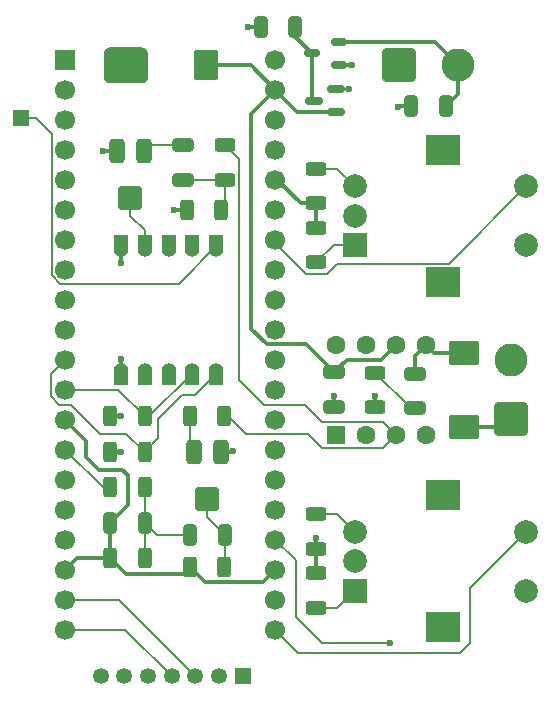
<source format=gbr>
%TF.GenerationSoftware,KiCad,Pcbnew,9.0.2*%
%TF.CreationDate,2025-06-25T13:02:05-07:00*%
%TF.ProjectId,Main,4d61696e-2e6b-4696-9361-645f70636258,rev?*%
%TF.SameCoordinates,Original*%
%TF.FileFunction,Copper,L2,Bot*%
%TF.FilePolarity,Positive*%
%FSLAX46Y46*%
G04 Gerber Fmt 4.6, Leading zero omitted, Abs format (unit mm)*
G04 Created by KiCad (PCBNEW 9.0.2) date 2025-06-25 13:02:05*
%MOMM*%
%LPD*%
G01*
G04 APERTURE LIST*
G04 Aperture macros list*
%AMRoundRect*
0 Rectangle with rounded corners*
0 $1 Rounding radius*
0 $2 $3 $4 $5 $6 $7 $8 $9 X,Y pos of 4 corners*
0 Add a 4 corners polygon primitive as box body*
4,1,4,$2,$3,$4,$5,$6,$7,$8,$9,$2,$3,0*
0 Add four circle primitives for the rounded corners*
1,1,$1+$1,$2,$3*
1,1,$1+$1,$4,$5*
1,1,$1+$1,$6,$7*
1,1,$1+$1,$8,$9*
0 Add four rect primitives between the rounded corners*
20,1,$1+$1,$2,$3,$4,$5,0*
20,1,$1+$1,$4,$5,$6,$7,0*
20,1,$1+$1,$6,$7,$8,$9,0*
20,1,$1+$1,$8,$9,$2,$3,0*%
%AMFreePoly0*
4,1,18,-0.900000,0.625000,0.275000,0.625000,0.372772,0.617305,0.523217,0.573597,0.658067,0.493847,0.768847,0.383067,0.848597,0.248217,0.892305,0.097772,0.900000,0.000000,0.892305,-0.097772,0.848597,-0.248217,0.768847,-0.383067,0.658067,-0.493847,0.523217,-0.573597,0.372772,-0.617305,0.275000,-0.625000,-0.900000,-0.625000,-0.900000,0.625000,-0.900000,0.625000,$1*%
G04 Aperture macros list end*
%TA.AperFunction,ComponentPad*%
%ADD10C,1.700000*%
%TD*%
%TA.AperFunction,ComponentPad*%
%ADD11R,1.700000X1.700000*%
%TD*%
%TA.AperFunction,SMDPad,CuDef*%
%ADD12RoundRect,0.250000X-0.312500X-0.625000X0.312500X-0.625000X0.312500X0.625000X-0.312500X0.625000X0*%
%TD*%
%TA.AperFunction,SMDPad,CuDef*%
%ADD13FreePoly0,90.000000*%
%TD*%
%TA.AperFunction,SMDPad,CuDef*%
%ADD14FreePoly0,270.000000*%
%TD*%
%TA.AperFunction,ComponentPad*%
%ADD15C,2.800000*%
%TD*%
%TA.AperFunction,ComponentPad*%
%ADD16RoundRect,0.250001X-1.149999X-1.149999X1.149999X-1.149999X1.149999X1.149999X-1.149999X1.149999X0*%
%TD*%
%TA.AperFunction,ComponentPad*%
%ADD17RoundRect,0.250000X0.550000X-0.550000X0.550000X0.550000X-0.550000X0.550000X-0.550000X-0.550000X0*%
%TD*%
%TA.AperFunction,ComponentPad*%
%ADD18C,1.600000*%
%TD*%
%TA.AperFunction,ComponentPad*%
%ADD19R,1.350000X1.350000*%
%TD*%
%TA.AperFunction,ComponentPad*%
%ADD20C,1.350000*%
%TD*%
%TA.AperFunction,ComponentPad*%
%ADD21RoundRect,0.250001X1.149999X-1.149999X1.149999X1.149999X-1.149999X1.149999X-1.149999X-1.149999X0*%
%TD*%
%TA.AperFunction,SMDPad,CuDef*%
%ADD22RoundRect,0.250000X-0.625000X0.312500X-0.625000X-0.312500X0.625000X-0.312500X0.625000X0.312500X0*%
%TD*%
%TA.AperFunction,SMDPad,CuDef*%
%ADD23RoundRect,0.250000X0.312500X0.625000X-0.312500X0.625000X-0.312500X-0.625000X0.312500X-0.625000X0*%
%TD*%
%TA.AperFunction,ComponentPad*%
%ADD24R,2.000000X2.000000*%
%TD*%
%TA.AperFunction,ComponentPad*%
%ADD25C,2.000000*%
%TD*%
%TA.AperFunction,ComponentPad*%
%ADD26R,3.000000X2.500000*%
%TD*%
%TA.AperFunction,SMDPad,CuDef*%
%ADD27RoundRect,0.250000X0.325000X0.650000X-0.325000X0.650000X-0.325000X-0.650000X0.325000X-0.650000X0*%
%TD*%
%TA.AperFunction,SMDPad,CuDef*%
%ADD28RoundRect,0.150000X0.587500X0.150000X-0.587500X0.150000X-0.587500X-0.150000X0.587500X-0.150000X0*%
%TD*%
%TA.AperFunction,SMDPad,CuDef*%
%ADD29RoundRect,0.250000X0.625000X-0.312500X0.625000X0.312500X-0.625000X0.312500X-0.625000X-0.312500X0*%
%TD*%
%TA.AperFunction,SMDPad,CuDef*%
%ADD30RoundRect,0.250000X-1.045000X0.785000X-1.045000X-0.785000X1.045000X-0.785000X1.045000X0.785000X0*%
%TD*%
%TA.AperFunction,SMDPad,CuDef*%
%ADD31RoundRect,0.250000X0.400000X0.750000X-0.400000X0.750000X-0.400000X-0.750000X0.400000X-0.750000X0*%
%TD*%
%TA.AperFunction,SMDPad,CuDef*%
%ADD32RoundRect,0.250000X0.750000X0.750000X-0.750000X0.750000X-0.750000X-0.750000X0.750000X-0.750000X0*%
%TD*%
%TA.AperFunction,SMDPad,CuDef*%
%ADD33RoundRect,0.250000X-0.650000X0.325000X-0.650000X-0.325000X0.650000X-0.325000X0.650000X0.325000X0*%
%TD*%
%TA.AperFunction,SMDPad,CuDef*%
%ADD34RoundRect,0.150000X0.512500X0.150000X-0.512500X0.150000X-0.512500X-0.150000X0.512500X-0.150000X0*%
%TD*%
%TA.AperFunction,SMDPad,CuDef*%
%ADD35RoundRect,0.250000X0.785000X1.045000X-0.785000X1.045000X-0.785000X-1.045000X0.785000X-1.045000X0*%
%TD*%
%TA.AperFunction,SMDPad,CuDef*%
%ADD36RoundRect,0.250000X-0.325000X-0.650000X0.325000X-0.650000X0.325000X0.650000X-0.325000X0.650000X0*%
%TD*%
%TA.AperFunction,ViaPad*%
%ADD37C,0.600000*%
%TD*%
%TA.AperFunction,Conductor*%
%ADD38C,0.350000*%
%TD*%
%TA.AperFunction,Conductor*%
%ADD39C,0.200000*%
%TD*%
G04 APERTURE END LIST*
D10*
%TO.P,U3,40,VBUS*%
%TO.N,/Power/VBUS*%
X141520000Y-72300000D03*
%TO.P,U3,39,VSYS*%
%TO.N,+5V*%
X141520000Y-74840000D03*
%TO.P,U3,38,GND*%
%TO.N,GND*%
X141520000Y-77380000D03*
%TO.P,U3,37,3V3_EN*%
%TO.N,unconnected-(U3-3V3_EN-Pad37)*%
X141520000Y-79920000D03*
%TO.P,U3,36,3V3*%
%TO.N,+3.3V*%
X141520000Y-82460000D03*
%TO.P,U3,35,ADC_VREF*%
%TO.N,unconnected-(U3-ADC_VREF-Pad35)*%
X141520000Y-85000000D03*
%TO.P,U3,34,GP28/ADC2*%
%TO.N,/ENC2_BTN*%
X141520000Y-87540000D03*
%TO.P,U3,33,GND*%
%TO.N,GND*%
X141520000Y-90080000D03*
%TO.P,U3,32,GP27/ADC1*%
%TO.N,/ENC2A*%
X141520000Y-92620000D03*
%TO.P,U3,31,GP26/ADC0*%
%TO.N,/ENC2B*%
X141520000Y-95160000D03*
%TO.P,U3,30,RUN*%
%TO.N,unconnected-(U3-RUN-Pad30)*%
X141520000Y-97700000D03*
%TO.P,U3,29,GP22*%
%TO.N,unconnected-(U3-GP22-Pad29)*%
X141520000Y-100240000D03*
%TO.P,U3,28,GND*%
%TO.N,GND*%
X141520000Y-102780000D03*
%TO.P,U3,27,GP21*%
%TO.N,unconnected-(U3-GP21-Pad27)*%
X141520000Y-105320000D03*
%TO.P,U3,26,GP20*%
%TO.N,unconnected-(U3-GP20-Pad26)*%
X141520000Y-107860000D03*
%TO.P,U3,25,GP19*%
%TO.N,unconnected-(U3-GP19-Pad25)*%
X141520000Y-110400000D03*
%TO.P,U3,24,GP18*%
%TO.N,/ENC1A*%
X141520000Y-112940000D03*
%TO.P,U3,23,GND*%
%TO.N,GND*%
X141520000Y-115480000D03*
%TO.P,U3,22,GP17*%
%TO.N,/ENC1B*%
X141520000Y-118020000D03*
%TO.P,U3,21,GP16*%
%TO.N,/ENC1_BTN*%
X141520000Y-120560000D03*
%TO.P,U3,20,GP15*%
%TO.N,/DISP_SDA*%
X123740000Y-120560000D03*
%TO.P,U3,19,GP14*%
%TO.N,/DISP_SCLK*%
X123740000Y-118020000D03*
%TO.P,U3,18,GND*%
%TO.N,GND*%
X123740000Y-115480000D03*
%TO.P,U3,17,GP13*%
%TO.N,/DISP_CS*%
X123740000Y-112940000D03*
%TO.P,U3,16,GP12*%
%TO.N,/DISP_DC*%
X123740000Y-110400000D03*
%TO.P,U3,15,GP11*%
%TO.N,/DISP_RES*%
X123740000Y-107860000D03*
%TO.P,U3,14,GP10*%
%TO.N,/Radio-Audio/PWM Audio*%
X123740000Y-105320000D03*
%TO.P,U3,13,GND*%
%TO.N,GND*%
X123740000Y-102780000D03*
%TO.P,U3,12,GP9*%
%TO.N,/Radio-Audio/Radio_SCL*%
X123740000Y-100240000D03*
%TO.P,U3,11,GP8*%
%TO.N,/Radio-Audio/Radio_SDA*%
X123740000Y-97700000D03*
%TO.P,U3,10,GP7*%
%TO.N,unconnected-(U3-GP7-Pad10)*%
X123740000Y-95160000D03*
%TO.P,U3,9,GP6*%
%TO.N,unconnected-(U3-GP6-Pad9)*%
X123740000Y-92620000D03*
%TO.P,U3,8,GND*%
%TO.N,GND*%
X123740000Y-90080000D03*
%TO.P,U3,7,GP5*%
%TO.N,unconnected-(U3-GP5-Pad7)*%
X123740000Y-87540000D03*
%TO.P,U3,6,GP4*%
%TO.N,unconnected-(U3-GP4-Pad6)*%
X123740000Y-85000000D03*
%TO.P,U3,5,GP3*%
%TO.N,unconnected-(U3-GP3-Pad5)*%
X123740000Y-82460000D03*
%TO.P,U3,4,GP2*%
%TO.N,unconnected-(U3-GP2-Pad4)*%
X123740000Y-79920000D03*
%TO.P,U3,3,GND*%
%TO.N,GND*%
X123740000Y-77380000D03*
%TO.P,U3,2,GP1*%
%TO.N,unconnected-(U3-GP1-Pad2)*%
X123740000Y-74840000D03*
D11*
%TO.P,U3,1,GP0*%
%TO.N,unconnected-(U3-GP0-Pad1)*%
X123740000Y-72300000D03*
%TD*%
D12*
%TO.P,R4,2*%
%TO.N,/Radio-Audio/Radio_SCL*%
X130462500Y-102500000D03*
%TO.P,R4,1*%
%TO.N,+3.3V*%
X127537500Y-102500000D03*
%TD*%
D13*
%TO.P,U5,1,SDIO*%
%TO.N,/Radio-Audio/Radio_SDA*%
X136500000Y-98900000D03*
%TO.P,U5,2,SCLK*%
%TO.N,/Radio-Audio/Radio_SCL*%
X134500000Y-98900000D03*
%TO.P,U5,3,N/C*%
%TO.N,unconnected-(U5-N{slash}C-Pad3)*%
X132500000Y-98900000D03*
%TO.P,U5,4,N/C*%
%TO.N,unconnected-(U5-N{slash}C-Pad4)*%
X130500000Y-98900000D03*
%TO.P,U5,5,VDD*%
%TO.N,+3.3V*%
X128500000Y-98900000D03*
D14*
%TO.P,U5,6,GND*%
%TO.N,GND*%
X128500000Y-88100000D03*
%TO.P,U5,7,ROUT*%
%TO.N,Net-(U5-ROUT)*%
X130500000Y-88100000D03*
%TO.P,U5,8,LOUT*%
%TO.N,unconnected-(U5-LOUT-Pad8)*%
X132500000Y-88100000D03*
%TO.P,U5,9,N/C*%
%TO.N,unconnected-(U5-N{slash}C-Pad9)*%
X134500000Y-88100000D03*
%TO.P,U5,10,FMIN*%
%TO.N,Net-(AE1-A)*%
X136500000Y-88100000D03*
%TD*%
D15*
%TO.P,BT1,1,+*%
%TO.N,Net-(BT1-+)*%
X157000000Y-72717500D03*
D16*
%TO.P,BT1,2,-*%
%TO.N,GND*%
X152000000Y-72717500D03*
%TD*%
D17*
%TO.P,U1,1,GAIN*%
%TO.N,unconnected-(U1-GAIN-Pad1)*%
X146690000Y-104060000D03*
D18*
%TO.P,U1,2,-*%
%TO.N,GND*%
X149230000Y-104060000D03*
%TO.P,U1,3,+*%
%TO.N,Net-(U1-+)*%
X151770000Y-104060000D03*
%TO.P,U1,4,GND*%
%TO.N,GND*%
X154310000Y-104060000D03*
%TO.P,U1,5*%
%TO.N,Net-(C1-Pad1)*%
X154310000Y-96440000D03*
%TO.P,U1,6,V+*%
%TO.N,+5V*%
X151770000Y-96440000D03*
%TO.P,U1,7,BYPASS*%
%TO.N,unconnected-(U1-BYPASS-Pad7)*%
X149230000Y-96440000D03*
%TO.P,U1,8,GAIN*%
%TO.N,unconnected-(U1-GAIN-Pad8)*%
X146690000Y-96440000D03*
%TD*%
D19*
%TO.P,DISP1,1,VSS/GND*%
%TO.N,GND*%
X138750000Y-124500000D03*
D20*
%TO.P,DISP1,2,VDD*%
%TO.N,+3.3V*%
X136750000Y-124500000D03*
%TO.P,DISP1,3,SCLK*%
%TO.N,/DISP_SCLK*%
X134750000Y-124500000D03*
%TO.P,DISP1,4,SDA*%
%TO.N,/DISP_SDA*%
X132750000Y-124500000D03*
%TO.P,DISP1,5,RES*%
%TO.N,/DISP_RES*%
X130750000Y-124500000D03*
%TO.P,DISP1,6,DC*%
%TO.N,/DISP_DC*%
X128750000Y-124500000D03*
%TO.P,DISP1,7,CS*%
%TO.N,/DISP_CS*%
X126750000Y-124500000D03*
%TD*%
D19*
%TO.P,AE1,1,A*%
%TO.N,Net-(AE1-A)*%
X120000000Y-77250000D03*
%TD*%
D21*
%TO.P,LS1,1,1*%
%TO.N,Net-(C1-Pad2)*%
X161467500Y-102750000D03*
D15*
%TO.P,LS1,2,2*%
%TO.N,GND*%
X161467500Y-97750000D03*
%TD*%
D22*
%TO.P,R11,1*%
%TO.N,Net-(R11-Pad1)*%
X145000000Y-81537500D03*
%TO.P,R11,2*%
%TO.N,+3.3V*%
X145000000Y-84462500D03*
%TD*%
D23*
%TO.P,R3,1*%
%TO.N,/Radio-Audio/Radio_SDA*%
X130462500Y-105500000D03*
%TO.P,R3,2*%
%TO.N,+3.3V*%
X127537500Y-105500000D03*
%TD*%
D24*
%TO.P,SW2,A,A*%
%TO.N,Net-(R6-Pad2)*%
X148250000Y-117250000D03*
D25*
%TO.P,SW2,B,B*%
%TO.N,Net-(R5-Pad1)*%
X148250000Y-112250000D03*
%TO.P,SW2,C,C*%
%TO.N,GND*%
X148250000Y-114750000D03*
D26*
%TO.P,SW2,MP*%
X155750000Y-109150000D03*
X155750000Y-120350000D03*
D25*
%TO.P,SW2,S1,S1*%
X162750000Y-117250000D03*
%TO.P,SW2,S2,S2*%
%TO.N,/ENC1_BTN*%
X162750000Y-112250000D03*
%TD*%
D27*
%TO.P,C10,1*%
%TO.N,Net-(Q1-D)*%
X143225000Y-69500000D03*
%TO.P,C10,2*%
%TO.N,GND*%
X140275000Y-69500000D03*
%TD*%
D28*
%TO.P,Q1,1,G*%
%TO.N,/Power/VBUS*%
X146687500Y-74800000D03*
%TO.P,Q1,2,S*%
%TO.N,+5V*%
X146687500Y-76700000D03*
%TO.P,Q1,3,D*%
%TO.N,Net-(Q1-D)*%
X144812500Y-75750000D03*
%TD*%
D29*
%TO.P,R12,1*%
%TO.N,Net-(R10-Pad2)*%
X145000000Y-89462500D03*
%TO.P,R12,2*%
%TO.N,+3.3V*%
X145000000Y-86537500D03*
%TD*%
D12*
%TO.P,R15,1*%
%TO.N,GND*%
X134287500Y-115250000D03*
%TO.P,R15,2*%
%TO.N,Net-(C12-Pad1)*%
X137212500Y-115250000D03*
%TD*%
D22*
%TO.P,R7,1*%
%TO.N,Net-(R5-Pad1)*%
X145000000Y-110787500D03*
%TO.P,R7,2*%
%TO.N,+3.3V*%
X145000000Y-113712500D03*
%TD*%
D30*
%TO.P,C1,1*%
%TO.N,Net-(C1-Pad1)*%
X157500000Y-97130000D03*
%TO.P,C1,2*%
%TO.N,Net-(C1-Pad2)*%
X157500000Y-103370000D03*
%TD*%
D31*
%TO.P,RV2,1,1*%
%TO.N,Net-(R16-Pad1)*%
X134600000Y-105500000D03*
D32*
%TO.P,RV2,2,2*%
%TO.N,Net-(C12-Pad1)*%
X135750000Y-109500000D03*
D31*
%TO.P,RV2,3,3*%
%TO.N,GND*%
X136900000Y-105500000D03*
%TD*%
D24*
%TO.P,SW1,A,A*%
%TO.N,Net-(R10-Pad2)*%
X148250000Y-88000000D03*
D25*
%TO.P,SW1,B,B*%
%TO.N,Net-(R11-Pad1)*%
X148250000Y-83000000D03*
%TO.P,SW1,C,C*%
%TO.N,GND*%
X148250000Y-85500000D03*
D26*
%TO.P,SW1,MP*%
X155750000Y-79900000D03*
X155750000Y-91100000D03*
D25*
%TO.P,SW1,S1,S1*%
X162750000Y-88000000D03*
%TO.P,SW1,S2,S2*%
%TO.N,/ENC2_BTN*%
X162750000Y-83000000D03*
%TD*%
D12*
%TO.P,R16,1*%
%TO.N,Net-(R16-Pad1)*%
X134287500Y-102500000D03*
%TO.P,R16,2*%
%TO.N,Net-(U1-+)*%
X137212500Y-102500000D03*
%TD*%
D29*
%TO.P,R17,1*%
%TO.N,Net-(C4-Pad2)*%
X137250000Y-82462500D03*
%TO.P,R17,2*%
%TO.N,Net-(U1-+)*%
X137250000Y-79537500D03*
%TD*%
D33*
%TO.P,C3,1*%
%TO.N,+5V*%
X146500000Y-98775000D03*
%TO.P,C3,2*%
%TO.N,GND*%
X146500000Y-101725000D03*
%TD*%
D34*
%TO.P,U4,1,VIN*%
%TO.N,Net-(BT1-+)*%
X146887500Y-70800000D03*
%TO.P,U4,2,VSS*%
%TO.N,GND*%
X146887500Y-72700000D03*
%TO.P,U4,3,VOUT*%
%TO.N,Net-(Q1-D)*%
X144612500Y-71750000D03*
%TD*%
D35*
%TO.P,C13,1*%
%TO.N,+5V*%
X135620000Y-72750000D03*
%TO.P,C13,2*%
%TO.N,GND*%
X129380000Y-72750000D03*
%TD*%
D33*
%TO.P,C4,1*%
%TO.N,Net-(C4-Pad1)*%
X133750000Y-79525000D03*
%TO.P,C4,2*%
%TO.N,Net-(C4-Pad2)*%
X133750000Y-82475000D03*
%TD*%
D27*
%TO.P,C9,1*%
%TO.N,Net-(BT1-+)*%
X155975000Y-76250000D03*
%TO.P,C9,2*%
%TO.N,GND*%
X153025000Y-76250000D03*
%TD*%
D23*
%TO.P,R2,1*%
%TO.N,Net-(C4-Pad2)*%
X136962500Y-85000000D03*
%TO.P,R2,2*%
%TO.N,GND*%
X134037500Y-85000000D03*
%TD*%
%TO.P,R13,1*%
%TO.N,Net-(C11-Pad2)*%
X130462500Y-108500000D03*
%TO.P,R13,2*%
%TO.N,/Radio-Audio/PWM Audio*%
X127537500Y-108500000D03*
%TD*%
D22*
%TO.P,R1,1*%
%TO.N,Net-(C2-Pad2)*%
X150000000Y-98787500D03*
%TO.P,R1,2*%
%TO.N,GND*%
X150000000Y-101712500D03*
%TD*%
D29*
%TO.P,R8,1*%
%TO.N,Net-(R6-Pad2)*%
X145000000Y-118712500D03*
%TO.P,R8,2*%
%TO.N,+3.3V*%
X145000000Y-115787500D03*
%TD*%
D36*
%TO.P,C11,1*%
%TO.N,GND*%
X127525000Y-111500000D03*
%TO.P,C11,2*%
%TO.N,Net-(C11-Pad2)*%
X130475000Y-111500000D03*
%TD*%
D12*
%TO.P,R14,1*%
%TO.N,GND*%
X127537500Y-114500000D03*
%TO.P,R14,2*%
%TO.N,Net-(C11-Pad2)*%
X130462500Y-114500000D03*
%TD*%
D33*
%TO.P,C2,1*%
%TO.N,Net-(C1-Pad1)*%
X153350000Y-98875000D03*
%TO.P,C2,2*%
%TO.N,Net-(C2-Pad2)*%
X153350000Y-101825000D03*
%TD*%
D27*
%TO.P,C12,1*%
%TO.N,Net-(C12-Pad1)*%
X137225000Y-112500000D03*
%TO.P,C12,2*%
%TO.N,Net-(C11-Pad2)*%
X134275000Y-112500000D03*
%TD*%
D31*
%TO.P,RV1,1,1*%
%TO.N,GND*%
X128100000Y-80000000D03*
D32*
%TO.P,RV1,2,2*%
%TO.N,Net-(U5-ROUT)*%
X129250000Y-84000000D03*
D31*
%TO.P,RV1,3,3*%
%TO.N,Net-(C4-Pad1)*%
X130400000Y-80000000D03*
%TD*%
D37*
%TO.N,/Power/VBUS*%
X147800000Y-74800000D03*
%TO.N,GND*%
X146500000Y-100800000D03*
X137900000Y-105450000D03*
X128000000Y-72000000D03*
X128000000Y-73500000D03*
X150000000Y-100800000D03*
X127400000Y-73125000D03*
X126950000Y-80000000D03*
X139200000Y-69525000D03*
X128000000Y-72750000D03*
X132950000Y-85025000D03*
X148050000Y-72700000D03*
X128500000Y-89500000D03*
X127400000Y-72375000D03*
X151925000Y-76275000D03*
%TO.N,/ENC1A*%
X151212500Y-121700000D03*
%TO.N,+3.3V*%
X128500000Y-105500000D03*
X128500000Y-102500000D03*
X144975000Y-112775000D03*
X128500000Y-97625000D03*
%TD*%
D38*
%TO.N,Net-(C1-Pad1)*%
X153350000Y-97400000D02*
X154310000Y-96440000D01*
X153350000Y-98875000D02*
X153350000Y-97400000D01*
%TO.N,+3.3V*%
X143662500Y-84462500D02*
X141660000Y-82460000D01*
X141660000Y-82460000D02*
X141520000Y-82460000D01*
X145000000Y-84462500D02*
X143662500Y-84462500D01*
D39*
%TO.N,/ENC2_BTN*%
X141520000Y-87820000D02*
X141520000Y-87540000D01*
X146751000Y-89549000D02*
X145900000Y-90400000D01*
X156201000Y-89549000D02*
X146751000Y-89549000D01*
X145900000Y-90400000D02*
X144100000Y-90400000D01*
X162750000Y-83000000D02*
X156201000Y-89549000D01*
X144100000Y-90400000D02*
X141520000Y-87820000D01*
D38*
%TO.N,+5V*%
X150510000Y-97700000D02*
X151770000Y-96440000D01*
X147575000Y-97700000D02*
X150510000Y-97700000D01*
X146500000Y-98775000D02*
X147575000Y-97700000D01*
X140800000Y-96400000D02*
X139500000Y-95100000D01*
X139500000Y-95100000D02*
X139500000Y-76860000D01*
X146500000Y-98775000D02*
X144125000Y-96400000D01*
X144125000Y-96400000D02*
X140800000Y-96400000D01*
X139500000Y-76860000D02*
X141520000Y-74840000D01*
D39*
%TO.N,Net-(U1-+)*%
X150669000Y-105161000D02*
X151770000Y-104060000D01*
X144300000Y-104000000D02*
X145461000Y-105161000D01*
X145461000Y-105161000D02*
X150669000Y-105161000D01*
X139000000Y-104000000D02*
X144300000Y-104000000D01*
X137500000Y-102500000D02*
X139000000Y-104000000D01*
X137212500Y-102500000D02*
X137500000Y-102500000D01*
X150669000Y-102959000D02*
X151770000Y-104060000D01*
X144000000Y-101500000D02*
X145459000Y-102959000D01*
X145459000Y-102959000D02*
X150669000Y-102959000D01*
X138426000Y-99401000D02*
X140525000Y-101500000D01*
X140525000Y-101500000D02*
X144000000Y-101500000D01*
X138426000Y-80713500D02*
X138426000Y-99401000D01*
X137250000Y-79537500D02*
X138426000Y-80713500D01*
%TO.N,/ENC1A*%
X143250000Y-114670000D02*
X141520000Y-112940000D01*
X143250000Y-119500000D02*
X143250000Y-114670000D01*
X151175000Y-121700000D02*
X145450000Y-121700000D01*
X145450000Y-121700000D02*
X143250000Y-119500000D01*
X151212500Y-121737500D02*
X151175000Y-121700000D01*
X151212500Y-121700000D02*
X151212500Y-121737500D01*
%TO.N,/ENC1_BTN*%
X143460000Y-122500000D02*
X141520000Y-120560000D01*
X157200000Y-122500000D02*
X143460000Y-122500000D01*
X158000000Y-121700000D02*
X157200000Y-122500000D01*
X158000000Y-117000000D02*
X158000000Y-121700000D01*
X162750000Y-112250000D02*
X158000000Y-117000000D01*
D38*
%TO.N,GND*%
X125500000Y-104540000D02*
X123740000Y-102780000D01*
X125500000Y-105900000D02*
X125500000Y-104540000D01*
X128550000Y-107000000D02*
X126600000Y-107000000D01*
X129025000Y-107475000D02*
X128550000Y-107000000D01*
X127525000Y-111500000D02*
X129025000Y-110000000D01*
X129025000Y-110000000D02*
X129025000Y-107475000D01*
X126600000Y-107000000D02*
X125500000Y-105900000D01*
D39*
%TO.N,/Radio-Audio/Radio_SDA*%
X126700000Y-103950000D02*
X128912500Y-103950000D01*
X128912500Y-103950000D02*
X130462500Y-105500000D01*
X122500000Y-100800000D02*
X123200000Y-101500000D01*
X123200000Y-101500000D02*
X124250000Y-101500000D01*
X123740000Y-97700000D02*
X122500000Y-98940000D01*
X122500000Y-98940000D02*
X122500000Y-100800000D01*
X124250000Y-101500000D02*
X126700000Y-103950000D01*
X133650000Y-100700000D02*
X134700000Y-100700000D01*
X134700000Y-100700000D02*
X136500000Y-98900000D01*
X131600000Y-102750000D02*
X133650000Y-100700000D01*
X131600000Y-104362500D02*
X131600000Y-102750000D01*
X130462500Y-105500000D02*
X131600000Y-104362500D01*
%TO.N,/Radio-Audio/Radio_SCL*%
X134450000Y-98900000D02*
X134500000Y-98900000D01*
X130850000Y-102500000D02*
X134450000Y-98900000D01*
X130462500Y-102500000D02*
X130850000Y-102500000D01*
%TO.N,/Power/VBUS*%
X146687500Y-74800000D02*
X147800000Y-74800000D01*
D38*
%TO.N,Net-(Q1-D)*%
X144612500Y-75550000D02*
X144812500Y-75750000D01*
X144612500Y-71750000D02*
X144612500Y-75550000D01*
D39*
%TO.N,Net-(AE1-A)*%
X121250000Y-77250000D02*
X120000000Y-77250000D01*
X122589000Y-78589000D02*
X121250000Y-77250000D01*
X123282240Y-91250000D02*
X122589000Y-90556760D01*
X122589000Y-90556760D02*
X122589000Y-78589000D01*
X136500000Y-88100000D02*
X133350000Y-91250000D01*
X133350000Y-91250000D02*
X123282240Y-91250000D01*
D38*
%TO.N,Net-(BT1-+)*%
X157000000Y-75225000D02*
X155975000Y-76250000D01*
X155082500Y-70800000D02*
X146887500Y-70800000D01*
X157000000Y-72717500D02*
X157000000Y-75225000D01*
X157000000Y-72717500D02*
X155082500Y-70800000D01*
%TO.N,GND*%
X127537500Y-114500000D02*
X127537500Y-111512500D01*
X134287500Y-115250000D02*
X135538500Y-116501000D01*
X128850000Y-115812500D02*
X127537500Y-114500000D01*
X146887500Y-72700000D02*
X148050000Y-72700000D01*
X124720000Y-114500000D02*
X123740000Y-115480000D01*
X128500000Y-88100000D02*
X128475000Y-88075000D01*
X139225000Y-69500000D02*
X139200000Y-69525000D01*
X133725000Y-115812500D02*
X128850000Y-115812500D01*
X127537500Y-114500000D02*
X124720000Y-114500000D01*
X146500000Y-101725000D02*
X146500000Y-100800000D01*
X134037500Y-85000000D02*
X132975000Y-85000000D01*
X136900000Y-105500000D02*
X137850000Y-105500000D01*
X153025000Y-76250000D02*
X151950000Y-76250000D01*
X132975000Y-85000000D02*
X132950000Y-85025000D01*
X151950000Y-76250000D02*
X151925000Y-76275000D01*
X134287500Y-115250000D02*
X133725000Y-115812500D01*
X140275000Y-69500000D02*
X139225000Y-69500000D01*
X140499000Y-116501000D02*
X141520000Y-115480000D01*
X135538500Y-116501000D02*
X140499000Y-116501000D01*
X128100000Y-80000000D02*
X126950000Y-80000000D01*
X127537500Y-111512500D02*
X127525000Y-111500000D01*
X128500000Y-88100000D02*
X128500000Y-89500000D01*
X150000000Y-101712500D02*
X150000000Y-100800000D01*
X137850000Y-105500000D02*
X137900000Y-105450000D01*
%TO.N,Net-(C1-Pad1)*%
X155000000Y-97130000D02*
X154310000Y-96440000D01*
X157500000Y-97130000D02*
X155000000Y-97130000D01*
%TO.N,Net-(C1-Pad2)*%
X157500000Y-103370000D02*
X160847500Y-103370000D01*
X160847500Y-103370000D02*
X161467500Y-102750000D01*
D39*
%TO.N,Net-(C2-Pad2)*%
X150000000Y-98787500D02*
X152937500Y-101725000D01*
X152937500Y-101725000D02*
X153000000Y-101725000D01*
D38*
%TO.N,+5V*%
X146687500Y-76700000D02*
X143380000Y-76700000D01*
X143380000Y-76700000D02*
X141520000Y-74840000D01*
X135620000Y-72750000D02*
X139430000Y-72750000D01*
X139430000Y-72750000D02*
X141520000Y-74840000D01*
D39*
%TO.N,Net-(C4-Pad1)*%
X133750000Y-79525000D02*
X130875000Y-79525000D01*
X130875000Y-79525000D02*
X130400000Y-80000000D01*
D38*
%TO.N,Net-(Q1-D)*%
X143225000Y-69500000D02*
X143225000Y-70362500D01*
X143225000Y-70362500D02*
X144612500Y-71750000D01*
D39*
%TO.N,/DISP_SDA*%
X123740000Y-120560000D02*
X128810000Y-120560000D01*
X128810000Y-120560000D02*
X132750000Y-124500000D01*
D38*
%TO.N,+3.3V*%
X145000000Y-113712500D02*
X145000000Y-112800000D01*
X128500000Y-98900000D02*
X128500000Y-97625000D01*
X145000000Y-115787500D02*
X145000000Y-113712500D01*
X145000000Y-112800000D02*
X144975000Y-112775000D01*
X127537500Y-105500000D02*
X128500000Y-105500000D01*
X145000000Y-86537500D02*
X145000000Y-84462500D01*
X127537500Y-102500000D02*
X128500000Y-102500000D01*
D39*
%TO.N,/DISP_SCLK*%
X128270000Y-118020000D02*
X134750000Y-124500000D01*
X123740000Y-118020000D02*
X128270000Y-118020000D01*
%TO.N,/Radio-Audio/Radio_SCL*%
X123740000Y-100240000D02*
X128202500Y-100240000D01*
X128202500Y-100240000D02*
X130462500Y-102500000D01*
%TO.N,Net-(R5-Pad1)*%
X145000000Y-110787500D02*
X146787500Y-110787500D01*
X146787500Y-110787500D02*
X148250000Y-112250000D01*
%TO.N,Net-(R6-Pad2)*%
X146787500Y-118712500D02*
X148250000Y-117250000D01*
X145000000Y-118712500D02*
X146787500Y-118712500D01*
%TO.N,Net-(R11-Pad1)*%
X148250000Y-83000000D02*
X146787500Y-81537500D01*
X146787500Y-81537500D02*
X145000000Y-81537500D01*
%TO.N,Net-(R10-Pad2)*%
X146462500Y-88000000D02*
X145000000Y-89462500D01*
X148250000Y-88000000D02*
X146462500Y-88000000D01*
%TO.N,/Radio-Audio/PWM Audio*%
X123740000Y-105320000D02*
X126920000Y-108500000D01*
X126920000Y-108500000D02*
X127537500Y-108500000D01*
%TO.N,Net-(C11-Pad2)*%
X130462500Y-114500000D02*
X130462500Y-111512500D01*
X130462500Y-108500000D02*
X130462500Y-111487500D01*
X130475000Y-111500000D02*
X131475000Y-112500000D01*
X131475000Y-112500000D02*
X134275000Y-112500000D01*
X130462500Y-111512500D02*
X130475000Y-111500000D01*
X130462500Y-111487500D02*
X130475000Y-111500000D01*
%TO.N,Net-(C12-Pad1)*%
X135750000Y-109500000D02*
X135750000Y-111025000D01*
X137225000Y-112500000D02*
X137225000Y-115237500D01*
X137225000Y-115237500D02*
X137212500Y-115250000D01*
X135750000Y-111025000D02*
X137225000Y-112500000D01*
%TO.N,Net-(R16-Pad1)*%
X134287500Y-105187500D02*
X134600000Y-105500000D01*
X134287500Y-102500000D02*
X134287500Y-105187500D01*
%TO.N,Net-(U5-ROUT)*%
X129250000Y-85500000D02*
X129250000Y-84000000D01*
X130500000Y-88100000D02*
X130500000Y-86750000D01*
X130500000Y-86750000D02*
X129250000Y-85500000D01*
%TO.N,Net-(C4-Pad2)*%
X137237500Y-82475000D02*
X137250000Y-82462500D01*
X137250000Y-82462500D02*
X137250000Y-84712500D01*
X137250000Y-84712500D02*
X136962500Y-85000000D01*
X133750000Y-82475000D02*
X137237500Y-82475000D01*
%TD*%
%TA.AperFunction,Conductor*%
%TO.N,GND*%
G36*
X130258059Y-71251061D02*
G01*
X130363223Y-71264906D01*
X130394491Y-71273284D01*
X130484918Y-71310740D01*
X130512952Y-71326925D01*
X130590602Y-71386509D01*
X130613491Y-71409398D01*
X130673074Y-71487048D01*
X130689259Y-71515081D01*
X130726715Y-71605508D01*
X130735093Y-71636775D01*
X130748939Y-71741939D01*
X130750000Y-71758125D01*
X130750000Y-73741874D01*
X130748939Y-73758059D01*
X130748939Y-73758060D01*
X130735093Y-73863224D01*
X130726715Y-73894491D01*
X130689259Y-73984918D01*
X130673074Y-74012951D01*
X130613491Y-74090601D01*
X130590601Y-74113491D01*
X130512951Y-74173074D01*
X130484918Y-74189259D01*
X130394491Y-74226715D01*
X130363224Y-74235093D01*
X130269398Y-74247446D01*
X130258058Y-74248939D01*
X130241874Y-74250000D01*
X127508126Y-74250000D01*
X127491941Y-74248939D01*
X127478917Y-74247224D01*
X127386775Y-74235093D01*
X127355508Y-74226715D01*
X127265081Y-74189259D01*
X127237048Y-74173074D01*
X127159398Y-74113491D01*
X127136508Y-74090601D01*
X127076925Y-74012951D01*
X127060740Y-73984918D01*
X127023284Y-73894491D01*
X127014906Y-73863223D01*
X127001061Y-73758059D01*
X127000000Y-73741874D01*
X127000000Y-71758125D01*
X127001061Y-71741940D01*
X127014906Y-71636776D01*
X127014906Y-71636775D01*
X127023284Y-71605508D01*
X127060740Y-71515081D01*
X127076923Y-71487050D01*
X127136513Y-71409392D01*
X127159392Y-71386513D01*
X127237050Y-71326923D01*
X127265079Y-71310740D01*
X127355509Y-71273283D01*
X127386775Y-71264906D01*
X127491941Y-71251061D01*
X127508126Y-71250000D01*
X130241874Y-71250000D01*
X130258059Y-71251061D01*
G37*
%TD.AperFunction*%
%TD*%
M02*

</source>
